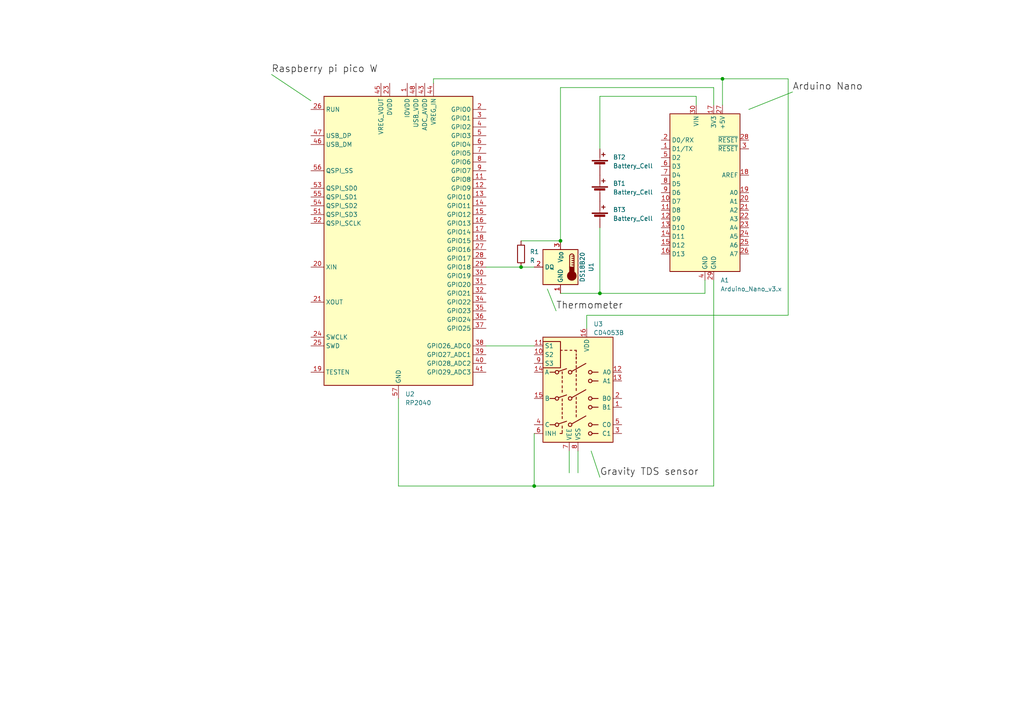
<source format=kicad_sch>
(kicad_sch (version 20230121) (generator eeschema)
  (paper "A4")
  (lib_symbols
    (symbol "Analog_Switch:CD4053B"
      (property "Reference" "U" (at -10.16 16.51 0))
      (property "Value" "CD4053B" (at 3.81 16.51 0))
      (symbol "CD4053B_0_1"
        (rectangle (start -10.16 6.35) (end -5.08 13.97) (stroke (width 0.254)))
        (rectangle (start -10.16 15.24) (end 10.16 -15.24) (stroke (width 0.254)) (fill (type background)))
        (circle (center -6.096 -10.16) (radius 0.508) (stroke (width 0.254)))
        (circle (center -6.096 -2.54) (radius 0.508) (stroke (width 0.254)))
        (circle (center -6.096 5.08) (radius 0.508) (stroke (width 0.254)))
        (circle (center -2.286 -10.16) (radius 0.508) (stroke (width 0.254)))
        (circle (center -2.286 -2.54) (radius 0.508) (stroke (width 0.254)))
        (circle (center -2.286 5.08) (radius 0.508) (stroke (width 0.254)))
        (polyline (pts (xy -8.128 -10.16) (xy -6.604 -10.16)) (stroke (width 0.254)))
        (polyline (pts (xy -8.128 -2.54) (xy -6.604 -2.54)) (stroke (width 0.254)))
        (polyline (pts (xy -8.128 5.08) (xy -6.604 5.08)) (stroke (width 0.254)))
        (polyline (pts (xy -5.588 -9.906) (xy -3.302 -9.144)) (stroke (width 0.254)))
        (polyline (pts (xy -5.588 -2.286) (xy -3.302 -1.524)) (stroke (width 0.254)))
        (polyline (pts (xy -5.588 5.334) (xy -3.302 6.096)) (stroke (width 0.254)))
        (polyline (pts (xy -4.572 -12.7) (xy -5.207 -12.7)) (stroke (width 0.254)))
        (polyline (pts (xy -4.572 -12.446) (xy -4.572 -11.811)) (stroke (width 0.254)))
        (polyline (pts (xy -4.572 -11.176) (xy -4.572 -10.541)) (stroke (width 0.254)))
        (polyline (pts (xy -4.572 -8.382) (xy -4.572 -7.747)) (stroke (width 0.254)))
        (polyline (pts (xy -4.572 -7.112) (xy -4.572 -6.477)) (stroke (width 0.254)))
        (polyline (pts (xy -4.572 -5.842) (xy -4.572 -5.207)) (stroke (width 0.254)))
        (polyline (pts (xy -4.572 -4.572) (xy -4.572 -3.937)) (stroke (width 0.254)))
        (polyline (pts (xy -4.572 -3.302) (xy -4.572 -2.667)) (stroke (width 0.254)))
        (polyline (pts (xy -4.572 -0.762) (xy -4.572 -0.127)) (stroke (width 0.254)))
        (polyline (pts (xy -4.572 0.508) (xy -4.572 1.143)) (stroke (width 0.254)))
        (polyline (pts (xy -4.572 2.032) (xy -4.572 2.667)) (stroke (width 0.254)))
        (polyline (pts (xy -4.572 3.302) (xy -4.572 3.937)) (stroke (width 0.254)))
        (polyline (pts (xy -4.572 4.572) (xy -4.572 5.207)) (stroke (width 0.254)))
        (polyline (pts (xy -4.572 11.43) (xy -5.08 11.43)) (stroke (width 0.254)))
        (polyline (pts (xy -3.81 11.43) (xy -3.175 11.43)) (stroke (width 0.254)))
        (polyline (pts (xy -1.778 -9.906) (xy 2.286 -7.62)) (stroke (width 0.254)))
        (polyline (pts (xy -1.778 -2.286) (xy 2.286 0)) (stroke (width 0.254)))
        (polyline (pts (xy -1.778 5.334) (xy 2.286 7.62)) (stroke (width 0.254)))
        (polyline (pts (xy -1.778 11.43) (xy -2.286 11.43)) (stroke (width 0.254)))
        (polyline (pts (xy -0.508 -7.874) (xy -0.508 -7.239)) (stroke (width 0.254)))
        (polyline (pts (xy -0.508 -6.604) (xy -0.508 -5.969)) (stroke (width 0.254)))
        (polyline (pts (xy -0.508 -5.334) (xy -0.508 -4.699)) (stroke (width 0.254)))
        (polyline (pts (xy -0.508 -4.064) (xy -0.508 -3.429)) (stroke (width 0.254)))
        (polyline (pts (xy -0.508 -2.794) (xy -0.508 -2.159)) (stroke (width 0.254)))
        (polyline (pts (xy -0.508 -0.254) (xy -0.508 0.381)) (stroke (width 0.254)))
        (polyline (pts (xy -0.508 1.27) (xy -0.508 1.905)) (stroke (width 0.254)))
        (polyline (pts (xy -0.508 2.54) (xy -0.508 3.175)) (stroke (width 0.254)))
        (polyline (pts (xy -0.508 3.81) (xy -0.508 4.445)) (stroke (width 0.254)))
        (polyline (pts (xy -0.508 5.08) (xy -0.508 5.715)) (stroke (width 0.254)))
        (polyline (pts (xy -0.508 6.35) (xy -0.508 6.985)) (stroke (width 0.254)))
        (polyline (pts (xy -0.508 7.62) (xy -0.508 8.255)) (stroke (width 0.254)))
        (polyline (pts (xy -0.508 8.89) (xy -0.508 9.398)) (stroke (width 0.254)))
        (polyline (pts (xy -0.508 8.89) (xy -0.508 9.525)) (stroke (width 0.254)))
        (polyline (pts (xy -0.508 9.906) (xy -0.508 10.414)) (stroke (width 0.254)))
        (polyline (pts (xy -0.508 10.922) (xy -0.508 11.43)) (stroke (width 0.254)))
        (polyline (pts (xy -0.508 11.43) (xy -1.016 11.43)) (stroke (width 0.254)))
        (polyline (pts (xy 4.064 -12.7) (xy 5.842 -12.7)) (stroke (width 0.254)))
        (polyline (pts (xy 4.064 -10.16) (xy 5.842 -10.16)) (stroke (width 0.254)))
        (polyline (pts (xy 4.064 -5.08) (xy 5.842 -5.08)) (stroke (width 0.254)))
        (polyline (pts (xy 4.064 -2.54) (xy 5.842 -2.54)) (stroke (width 0.254)))
        (polyline (pts (xy 4.064 2.54) (xy 5.842 2.54)) (stroke (width 0.254)))
        (polyline (pts (xy 4.064 5.08) (xy 5.842 5.08)) (stroke (width 0.254)))
        (circle (center 3.556 -12.7) (radius 0.508) (stroke (width 0.254)))
        (circle (center 3.556 -10.16) (radius 0.508) (stroke (width 0.254)))
        (circle (center 3.556 -5.08) (radius 0.508) (stroke (width 0.254)))
        (circle (center 3.556 -2.54) (radius 0.508) (stroke (width 0.254)))
        (circle (center 3.556 2.54) (radius 0.508) (stroke (width 0.254)))
        (circle (center 3.556 5.08) (radius 0.508) (stroke (width 0.254)))
      )
      (symbol "CD4053B_1_1"
        (pin bidirectional line (at 12.7 -5.08 180) (length 2.54) (name "B1") (number "1"))
        (pin input line (at -12.7 10.16 0) (length 2.54) (name "S2") (number "10"))
        (pin input line (at -12.7 12.7 0) (length 2.54) (name "S1") (number "11"))
        (pin bidirectional line (at 12.7 5.08 180) (length 2.54) (name "A0") (number "12"))
        (pin bidirectional line (at 12.7 2.54 180) (length 2.54) (name "A1") (number "13"))
        (pin bidirectional line (at -12.7 5.08 0) (length 2.54) (name "A") (number "14"))
        (pin bidirectional line (at -12.7 -2.54 0) (length 2.54) (name "B") (number "15"))
        (pin power_in line (at 2.54 17.78 270) (length 2.54) (name "VDD") (number "16"))
        (pin bidirectional line (at 12.7 -2.54 180) (length 2.54) (name "B0") (number "2"))
        (pin bidirectional line (at 12.7 -12.7 180) (length 2.54) (name "C1") (number "3"))
        (pin bidirectional line (at -12.7 -10.16 0) (length 2.54) (name "C") (number "4"))
        (pin bidirectional line (at 12.7 -10.16 180) (length 2.54) (name "C0") (number "5"))
        (pin input line (at -12.7 -12.7 0) (length 2.54) (name "INH") (number "6"))
        (pin power_in line (at -2.54 -17.78 90) (length 2.54) (name "VEE") (number "7"))
        (pin power_in line (at 0 -17.78 90) (length 2.54) (name "VSS") (number "8"))
        (pin input line (at -12.7 7.62 0) (length 2.54) (name "S3") (number "9"))
      )
    )
    (symbol "Device:Battery_Cell" (pin_numbers hide) (pin_names (offset 0) hide)
      (property "Reference" "BT" (at 2.54 2.54 0))
      (property "Value" "Battery_Cell" (at 2.54 0 0))
      (symbol "Battery_Cell_0_1"
        (rectangle (start -2.286 1.778) (end 2.286 1.524) (fill (type outline)))
        (rectangle (start -1.5748 1.1938) (end 1.4732 0.6858) (fill (type outline)))
        (polyline (pts (xy 0 0.762) (xy 0 0)))
        (polyline (pts (xy 0 1.778) (xy 0 2.54)))
        (polyline (pts (xy 0.508 3.429) (xy 1.524 3.429)) (stroke (width 0.254)))
        (polyline (pts (xy 1.016 3.937) (xy 1.016 2.921)) (stroke (width 0.254)))
      )
      (symbol "Battery_Cell_1_1"
        (pin passive line (at 0 5.08 270) (length 2.54) (name "+") (number "1"))
        (pin passive line (at 0 -2.54 90) (length 2.54) (name "-") (number "2"))
      )
    )
    (symbol "Device:R" (pin_numbers hide) (pin_names (offset 0))
      (property "Reference" "R" (at 2.032 0 90))
      (property "Value" "R" (at 0 0 90))
      (symbol "R_0_1"
        (rectangle (start -1.016 -2.54) (end 1.016 2.54) (stroke (width 0.254)))
      )
      (symbol "R_1_1"
        (pin passive line (at 0 3.81 270) (length 1.27) (name "~") (number "1"))
        (pin passive line (at 0 -3.81 90) (length 1.27) (name "~") (number "2"))
      )
    )
    (symbol "MCU_Module:Arduino_Nano_v3.x"
      (property "Reference" "A" (at -10.16 23.495 0))
      (property "Value" "Arduino_Nano_v3.x" (at 5.08 -24.13 0))
      (symbol "Arduino_Nano_v3.x_0_1"
        (rectangle (start -10.16 22.86) (end 10.16 -22.86) (stroke (width 0.254)) (fill (type background)))
      )
      (symbol "Arduino_Nano_v3.x_1_1"
        (pin bidirectional line (at -12.7 12.7 0) (length 2.54) (name "D1/TX") (number "1"))
        (pin bidirectional line (at -12.7 -2.54 0) (length 2.54) (name "D7") (number "10"))
        (pin bidirectional line (at -12.7 -5.08 0) (length 2.54) (name "D8") (number "11"))
        (pin bidirectional line (at -12.7 -7.62 0) (length 2.54) (name "D9") (number "12"))
        (pin bidirectional line (at -12.7 -10.16 0) (length 2.54) (name "D10") (number "13"))
        (pin bidirectional line (at -12.7 -12.7 0) (length 2.54) (name "D11") (number "14"))
        (pin bidirectional line (at -12.7 -15.24 0) (length 2.54) (name "D12") (number "15"))
        (pin bidirectional line (at -12.7 -17.78 0) (length 2.54) (name "D13") (number "16"))
        (pin power_out line (at 2.54 25.4 270) (length 2.54) (name "3V3") (number "17"))
        (pin input line (at 12.7 5.08 180) (length 2.54) (name "AREF") (number "18"))
        (pin bidirectional line (at 12.7 0 180) (length 2.54) (name "A0") (number "19"))
        (pin bidirectional line (at -12.7 15.24 0) (length 2.54) (name "D0/RX") (number "2"))
        (pin bidirectional line (at 12.7 -2.54 180) (length 2.54) (name "A1") (number "20"))
        (pin bidirectional line (at 12.7 -5.08 180) (length 2.54) (name "A2") (number "21"))
        (pin bidirectional line (at 12.7 -7.62 180) (length 2.54) (name "A3") (number "22"))
        (pin bidirectional line (at 12.7 -10.16 180) (length 2.54) (name "A4") (number "23"))
        (pin bidirectional line (at 12.7 -12.7 180) (length 2.54) (name "A5") (number "24"))
        (pin bidirectional line (at 12.7 -15.24 180) (length 2.54) (name "A6") (number "25"))
        (pin bidirectional line (at 12.7 -17.78 180) (length 2.54) (name "A7") (number "26"))
        (pin power_out line (at 5.08 25.4 270) (length 2.54) (name "+5V") (number "27"))
        (pin input line (at 12.7 15.24 180) (length 2.54) (name "~{RESET}") (number "28"))
        (pin power_in line (at 2.54 -25.4 90) (length 2.54) (name "GND") (number "29"))
        (pin input line (at 12.7 12.7 180) (length 2.54) (name "~{RESET}") (number "3"))
        (pin power_in line (at -2.54 25.4 270) (length 2.54) (name "VIN") (number "30"))
        (pin power_in line (at 0 -25.4 90) (length 2.54) (name "GND") (number "4"))
        (pin bidirectional line (at -12.7 10.16 0) (length 2.54) (name "D2") (number "5"))
        (pin bidirectional line (at -12.7 7.62 0) (length 2.54) (name "D3") (number "6"))
        (pin bidirectional line (at -12.7 5.08 0) (length 2.54) (name "D4") (number "7"))
        (pin bidirectional line (at -12.7 2.54 0) (length 2.54) (name "D5") (number "8"))
        (pin bidirectional line (at -12.7 0 0) (length 2.54) (name "D6") (number "9"))
      )
    )
    (symbol "MCU_RaspberryPi:RP2040"
      (property "Reference" "U" (at 17.78 45.72 0))
      (property "Value" "RP2040" (at 17.78 43.18 0))
      (symbol "RP2040_0_1"
        (rectangle (start -21.59 41.91) (end 21.59 -41.91) (stroke (width 0.254)) (fill (type background)))
      )
      (symbol "RP2040_1_1"
        (pin power_in line (at 2.54 45.72 270) (length 3.81) (name "IOVDD") (number "1"))
        (pin passive line (at 2.54 45.72 270) (length 3.81) hide (name "IOVDD") (number "10"))
        (pin bidirectional line (at 25.4 17.78 180) (length 3.81) (name "GPIO8") (number "11"))
        (pin bidirectional line (at 25.4 15.24 180) (length 3.81) (name "GPIO9") (number "12"))
        (pin bidirectional line (at 25.4 12.7 180) (length 3.81) (name "GPIO10") (number "13"))
        (pin bidirectional line (at 25.4 10.16 180) (length 3.81) (name "GPIO11") (number "14"))
        (pin bidirectional line (at 25.4 7.62 180) (length 3.81) (name "GPIO12") (number "15"))
        (pin bidirectional line (at 25.4 5.08 180) (length 3.81) (name "GPIO13") (number "16"))
        (pin bidirectional line (at 25.4 2.54 180) (length 3.81) (name "GPIO14") (number "17"))
        (pin bidirectional line (at 25.4 0 180) (length 3.81) (name "GPIO15") (number "18"))
        (pin input line (at -25.4 -38.1 0) (length 3.81) (name "TESTEN") (number "19"))
        (pin bidirectional line (at 25.4 38.1 180) (length 3.81) (name "GPIO0") (number "2"))
        (pin input line (at -25.4 -7.62 0) (length 3.81) (name "XIN") (number "20"))
        (pin passive line (at -25.4 -17.78 0) (length 3.81) (name "XOUT") (number "21"))
        (pin passive line (at 2.54 45.72 270) (length 3.81) hide (name "IOVDD") (number "22"))
        (pin power_in line (at -2.54 45.72 270) (length 3.81) (name "DVDD") (number "23"))
        (pin input line (at -25.4 -27.94 0) (length 3.81) (name "SWCLK") (number "24"))
        (pin bidirectional line (at -25.4 -30.48 0) (length 3.81) (name "SWD") (number "25"))
        (pin input line (at -25.4 38.1 0) (length 3.81) (name "RUN") (number "26"))
        (pin bidirectional line (at 25.4 -2.54 180) (length 3.81) (name "GPIO16") (number "27"))
        (pin bidirectional line (at 25.4 -5.08 180) (length 3.81) (name "GPIO17") (number "28"))
        (pin bidirectional line (at 25.4 -7.62 180) (length 3.81) (name "GPIO18") (number "29"))
        (pin bidirectional line (at 25.4 35.56 180) (length 3.81) (name "GPIO1") (number "3"))
        (pin bidirectional line (at 25.4 -10.16 180) (length 3.81) (name "GPIO19") (number "30"))
        (pin bidirectional line (at 25.4 -12.7 180) (length 3.81) (name "GPIO20") (number "31"))
        (pin bidirectional line (at 25.4 -15.24 180) (length 3.81) (name "GPIO21") (number "32"))
        (pin passive line (at 2.54 45.72 270) (length 3.81) hide (name "IOVDD") (number "33"))
        (pin bidirectional line (at 25.4 -17.78 180) (length 3.81) (name "GPIO22") (number "34"))
        (pin bidirectional line (at 25.4 -20.32 180) (length 3.81) (name "GPIO23") (number "35"))
        (pin bidirectional line (at 25.4 -22.86 180) (length 3.81) (name "GPIO24") (number "36"))
        (pin bidirectional line (at 25.4 -25.4 180) (length 3.81) (name "GPIO25") (number "37"))
        (pin bidirectional line (at 25.4 -30.48 180) (length 3.81) (name "GPIO26_ADC0") (number "38"))
        (pin bidirectional line (at 25.4 -33.02 180) (length 3.81) (name "GPIO27_ADC1") (number "39"))
        (pin bidirectional line (at 25.4 33.02 180) (length 3.81) (name "GPIO2") (number "4"))
        (pin bidirectional line (at 25.4 -35.56 180) (length 3.81) (name "GPIO28_ADC2") (number "40"))
        (pin bidirectional line (at 25.4 -38.1 180) (length 3.81) (name "GPIO29_ADC3") (number "41"))
        (pin passive line (at 2.54 45.72 270) (length 3.81) hide (name "IOVDD") (number "42"))
        (pin power_in line (at 7.62 45.72 270) (length 3.81) (name "ADC_AVDD") (number "43"))
        (pin power_in line (at 10.16 45.72 270) (length 3.81) (name "VREG_IN") (number "44"))
        (pin power_out line (at -5.08 45.72 270) (length 3.81) (name "VREG_VOUT") (number "45"))
        (pin bidirectional line (at -25.4 27.94 0) (length 3.81) (name "USB_DM") (number "46"))
        (pin bidirectional line (at -25.4 30.48 0) (length 3.81) (name "USB_DP") (number "47"))
        (pin power_in line (at 5.08 45.72 270) (length 3.81) (name "USB_VDD") (number "48"))
        (pin passive line (at 2.54 45.72 270) (length 3.81) hide (name "IOVDD") (number "49"))
        (pin bidirectional line (at 25.4 30.48 180) (length 3.81) (name "GPIO3") (number "5"))
        (pin passive line (at -2.54 45.72 270) (length 3.81) hide (name "DVDD") (number "50"))
        (pin bidirectional line (at -25.4 7.62 0) (length 3.81) (name "QSPI_SD3") (number "51"))
        (pin output line (at -25.4 5.08 0) (length 3.81) (name "QSPI_SCLK") (number "52"))
        (pin bidirectional line (at -25.4 15.24 0) (length 3.81) (name "QSPI_SD0") (number "53"))
        (pin bidirectional line (at -25.4 10.16 0) (length 3.81) (name "QSPI_SD2") (number "54"))
        (pin bidirectional line (at -25.4 12.7 0) (length 3.81) (name "QSPI_SD1") (number "55"))
        (pin bidirectional line (at -25.4 20.32 0) (length 3.81) (name "QSPI_SS") (number "56"))
        (pin power_in line (at 0 -45.72 90) (length 3.81) (name "GND") (number "57"))
        (pin bidirectional line (at 25.4 27.94 180) (length 3.81) (name "GPIO4") (number "6"))
        (pin bidirectional line (at 25.4 25.4 180) (length 3.81) (name "GPIO5") (number "7"))
        (pin bidirectional line (at 25.4 22.86 180) (length 3.81) (name "GPIO6") (number "8"))
        (pin bidirectional line (at 25.4 20.32 180) (length 3.81) (name "GPIO7") (number "9"))
      )
    )
    (symbol "Sensor_Temperature:DS18B20"
      (property "Reference" "U" (at -3.81 6.35 0))
      (property "Value" "DS18B20" (at 6.35 6.35 0))
      (symbol "DS18B20_0_1"
        (rectangle (start -5.08 5.08) (end 5.08 -5.08) (stroke (width 0.254)) (fill (type background)))
        (circle (center -3.302 -2.54) (radius 1.27) (stroke (width 0.254)) (fill (type outline)))
        (rectangle (start -2.667 -1.905) (end -3.937 0) (stroke (width 0.254)) (fill (type outline)))
        (arc (start -2.667 3.175) (mid -3.302 3.8073) (end -3.937 3.175) (stroke (width 0.254)))
        (polyline (pts (xy -3.937 0.635) (xy -3.302 0.635)) (stroke (width 0.254)))
        (polyline (pts (xy -3.937 1.27) (xy -3.302 1.27)) (stroke (width 0.254)))
        (polyline (pts (xy -3.937 1.905) (xy -3.302 1.905)) (stroke (width 0.254)))
        (polyline (pts (xy -3.937 2.54) (xy -3.302 2.54)) (stroke (width 0.254)))
        (polyline (pts (xy -3.937 3.175) (xy -3.937 0)) (stroke (width 0.254)))
        (polyline (pts (xy -3.937 3.175) (xy -3.302 3.175)) (stroke (width 0.254)))
        (polyline (pts (xy -2.667 3.175) (xy -2.667 0)) (stroke (width 0.254)))
      )
      (symbol "DS18B20_1_1"
        (pin power_in line (at 0 -7.62 90) (length 2.54) (name "GND") (number "1"))
        (pin bidirectional line (at 7.62 0 180) (length 2.54) (name "DQ") (number "2"))
        (pin power_in line (at 0 7.62 270) (length 2.54) (name "V_{DD}") (number "3"))
      )
    )
  )
  (junction (at 173.99 85.09))
  (junction (at 162.56 69.85))
  (junction (at 154.94 140.97))
  (junction (at 151.13 77.47))
  (junction (at 209.55 22.86))
  (wire (pts (xy 140.97 77.47) (xy 151.13 77.47)))
  (wire (pts (xy 115.57 115.57) (xy 115.57 140.97)))
  (wire (pts (xy 173.99 27.94) (xy 201.93 27.94)))
  (wire (pts (xy 228.6 22.86) (xy 209.55 22.86)))
  (wire (pts (xy 173.99 43.18) (xy 173.99 27.94)))
  (wire (pts (xy 173.99 85.09) (xy 204.47 85.09)))
  (wire (pts (xy 209.55 22.86) (xy 125.73 22.86)))
  (wire (pts (xy 201.93 27.94) (xy 201.93 30.48)))
  (wire (pts (xy 170.18 91.44) (xy 228.6 91.44)))
  (wire (pts (xy 207.01 140.97) (xy 207.01 81.28)))
  (wire (pts (xy 228.6 91.44) (xy 228.6 22.86)))
  (wire (pts (xy 162.56 85.09) (xy 173.99 85.09)))
  (wire (pts (xy 217.17 31.75) (xy 229.87 26.67)))
  (wire (pts (xy 167.64 130.81) (xy 167.64 137.16)))
  (wire (pts (xy 171.45 130.81) (xy 173.99 138.43)))
  (wire (pts (xy 151.13 69.85) (xy 162.56 69.85)))
  (wire (pts (xy 170.18 95.25) (xy 170.18 91.44)))
  (wire (pts (xy 204.47 81.28) (xy 204.47 85.09)))
  (wire (pts (xy 154.94 125.73) (xy 154.94 140.97)))
  (wire (pts (xy 161.29 90.17) (xy 158.75 83.82)))
  (wire (pts (xy 209.55 30.48) (xy 209.55 22.86)))
  (wire (pts (xy 173.99 66.04) (xy 173.99 85.09)))
  (wire (pts (xy 207.01 30.48) (xy 207.01 25.4)))
  (wire (pts (xy 154.94 140.97) (xy 207.01 140.97)))
  (wire (pts (xy 151.13 77.47) (xy 154.94 77.47)))
  (wire (pts (xy 125.73 22.86) (xy 125.73 24.13)))
  (wire (pts (xy 140.97 100.33) (xy 154.94 100.33)))
  (wire (pts (xy 165.1 130.81) (xy 165.1 137.16)))
  (wire (pts (xy 162.56 25.4) (xy 207.01 25.4)))
  (wire (pts (xy 162.56 25.4) (xy 162.56 69.85)))
  (wire (pts (xy 78.74 21.59) (xy 90.17 29.21)))
  (wire (pts (xy 115.57 140.97) (xy 154.94 140.97)))
  (label "Arduino Nano" (at 229.87 26.67 0) (effects (font (size 2 2))))
  (label "Raspberry pi pico W" (at 78.74 21.59 0) (effects (font (size 2 2))))
  (label "Thermometer" (at 161.29 90.17 0) (effects (font (size 2 2))))
  (label "Gravity TDS sensor" (at 173.99 138.43 0) (effects (font (size 2 2))))
  (symbol (lib_id "Device:R") (at 151.13 73.66 0) (unit 1)
    (property "Reference" "R1" (at 153.67 73.025 0) (effects (justify left)))
    (property "Value" "R" (at 153.67 75.565 0) (effects (justify left)))
  )
  (symbol (lib_id "MCU_RaspberryPi:RP2040") (at 115.57 69.85 0) (unit 1)
    (property "Reference" "U2" (at 117.5259 114.3 0) (effects (justify left)))
    (property "Value" "RP2040" (at 117.5259 116.84 0) (effects (justify left)))
    (property "Footprint" "Package_DFN_QFN:QFN-56-1EP_7x7mm_P0.4mm_EP3.2x3.2mm" (effects hide))
    (property "Datasheet" "https://datasheets.raspberrypi.com/rp2040/rp2040-datasheet.pdf" (effects hide))
  )
  (symbol (lib_id "Device:Battery_Cell") (at 173.99 55.88 0) (unit 1)
    (property "Reference" "BT1" (at 177.8 53.213 0) (effects (justify left)))
    (property "Value" "Battery_Cell" (at 177.8 55.753 0) (effects (justify left)))
  )
  (symbol (lib_id "Device:Battery_Cell") (at 173.99 63.5 0) (unit 1)
    (property "Reference" "BT3" (at 177.8 60.833 0) (effects (justify left)))
    (property "Value" "Battery_Cell" (at 177.8 63.373 0) (effects (justify left)))
  )
  (symbol (lib_id "Sensor_Temperature:DS18B20") (at 162.56 77.47 0) (mirror y) (unit 1)
    (property "Reference" "U1" (at 171.45 77.47 90))
    (property "Value" "DS18B20" (at 168.91 77.47 90))
    (property "Footprint" "Package_TO_SOT_THT:TO-92_Inline" (effects hide))
    (property "Datasheet" "http://datasheets.maximintegrated.com/en/ds/DS18B20.pdf" (effects hide))
  )
  (symbol (lib_id "Device:Battery_Cell") (at 173.99 48.26 0) (unit 1)
    (property "Reference" "BT2" (at 177.8 45.593 0) (effects (justify left)))
    (property "Value" "Battery_Cell" (at 177.8 48.133 0) (effects (justify left)))
  )
  (symbol (lib_id "Analog_Switch:CD4053B") (at 167.64 113.03 0) (unit 1)
    (property "Reference" "U3" (at 172.1359 93.98 0) (effects (justify left)))
    (property "Value" "CD4053B" (at 172.1359 96.52 0) (effects (justify left)))
    (property "Datasheet" "http://www.ti.com/lit/ds/symlink/cd4052b.pdf" (effects hide))
  )
  (symbol (lib_id "MCU_Module:Arduino_Nano_v3.x") (at 204.47 55.88 0) (unit 1)
    (property "Reference" "A1" (at 208.9659 81.28 0) (effects (justify left)))
    (property "Value" "Arduino_Nano_v3.x" (at 208.9659 83.82 0) (effects (justify left)))
    (property "Footprint" "Module:Arduino_Nano" (effects hide))
    (property "Datasheet" "http://www.mouser.com/pdfdocs/Gravitech_Arduino_Nano3_0.pdf" (effects hide))
  )
)
</source>
